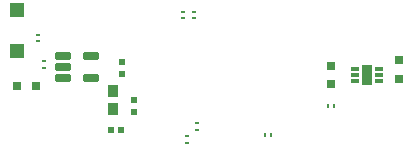
<source format=gbp>
G04*
G04 #@! TF.GenerationSoftware,Altium Limited,Altium Designer,19.1.5 (86)*
G04*
G04 Layer_Color=128*
%FSLAX25Y25*%
%MOIN*%
G70*
G01*
G75*
%ADD17R,0.00984X0.01378*%
%ADD19R,0.01378X0.00984*%
%ADD26R,0.01968X0.01968*%
%ADD77R,0.03150X0.03150*%
%ADD78R,0.04528X0.04528*%
%ADD79R,0.03150X0.03150*%
%ADD80R,0.02756X0.01181*%
%ADD81R,0.03543X0.07087*%
%ADD82R,0.03819X0.03937*%
%ADD83R,0.02126X0.02362*%
G04:AMPARAMS|DCode=84|XSize=23.62mil|YSize=53.15mil|CornerRadius=1.77mil|HoleSize=0mil|Usage=FLASHONLY|Rotation=90.000|XOffset=0mil|YOffset=0mil|HoleType=Round|Shape=RoundedRectangle|*
%AMROUNDEDRECTD84*
21,1,0.02362,0.04961,0,0,90.0*
21,1,0.02008,0.05315,0,0,90.0*
1,1,0.00354,0.02480,0.01004*
1,1,0.00354,0.02480,-0.01004*
1,1,0.00354,-0.02480,-0.01004*
1,1,0.00354,-0.02480,0.01004*
%
%ADD84ROUNDEDRECTD84*%
D17*
X92913Y13386D02*
D03*
X90748D02*
D03*
X113976Y23228D02*
D03*
X111811D02*
D03*
D19*
X15066Y46850D02*
D03*
Y44685D02*
D03*
X68110Y17323D02*
D03*
Y15157D02*
D03*
X64961Y12992D02*
D03*
Y10827D02*
D03*
X67323Y52362D02*
D03*
Y54527D02*
D03*
X63386Y52362D02*
D03*
Y54527D02*
D03*
X17323Y35827D02*
D03*
Y37992D02*
D03*
D26*
X47244Y25197D02*
D03*
Y21260D02*
D03*
X43307Y37795D02*
D03*
Y33858D02*
D03*
D77*
X14370Y29921D02*
D03*
X8268D02*
D03*
D78*
X8075Y55158D02*
D03*
Y41378D02*
D03*
D79*
X112992Y36614D02*
D03*
Y30512D02*
D03*
X135433Y32283D02*
D03*
Y38386D02*
D03*
D80*
X128740Y35433D02*
D03*
Y33465D02*
D03*
Y31496D02*
D03*
X120866D02*
D03*
Y33465D02*
D03*
Y35433D02*
D03*
D81*
X124803Y33465D02*
D03*
D82*
X40339Y28091D02*
D03*
Y22303D02*
D03*
D83*
X39575Y15216D02*
D03*
X42976D02*
D03*
D84*
X23681Y32480D02*
D03*
Y36220D02*
D03*
Y39961D02*
D03*
X33012D02*
D03*
Y32480D02*
D03*
M02*

</source>
